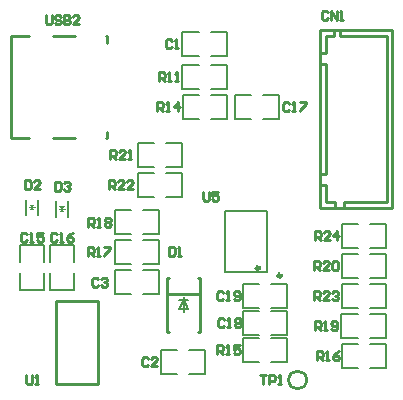
<source format=gto>
G04*
G04 #@! TF.GenerationSoftware,Altium Limited,Altium Designer,22.0.2 (36)*
G04*
G04 Layer_Color=65535*
%FSLAX25Y25*%
%MOIN*%
G70*
G04*
G04 #@! TF.SameCoordinates,C1BBFEDD-02B3-4BB0-B8EE-F48E88225D29*
G04*
G04*
G04 #@! TF.FilePolarity,Positive*
G04*
G01*
G75*
%ADD10C,0.01181*%
%ADD11C,0.01000*%
%ADD12C,0.00787*%
%ADD13C,0.00600*%
%ADD14C,0.00394*%
%ADD15C,0.00512*%
%ADD16C,0.00500*%
G36*
X7500Y62500D02*
X8600Y61600D01*
X6400D01*
X7500Y62500D01*
X6400Y63400D01*
X8600D01*
X7500Y62500D01*
D02*
G37*
G36*
X17500Y62047D02*
X18600Y61147D01*
X16400D01*
X17500Y62047D01*
X16400Y62947D01*
X18600D01*
X17500Y62047D01*
D02*
G37*
D10*
X90592Y39808D02*
G03*
X90592Y39808I-591J0D01*
G01*
X83321Y42263D02*
G03*
X83321Y42263I-591J0D01*
G01*
D11*
X99000Y5000D02*
G03*
X99000Y5000I-3000J0D01*
G01*
X32500Y117288D02*
Y119500D01*
X31971Y85500D02*
X32500D01*
Y87732D01*
X14530Y85500D02*
X21884D01*
X500Y119500D02*
X6411D01*
X500Y85500D02*
Y119500D01*
Y85500D02*
X6411D01*
X14530Y119500D02*
X21884D01*
X31971D02*
X32500D01*
X15413Y3524D02*
X29587D01*
X15413Y31476D02*
X29587D01*
Y3524D02*
Y31476D01*
X15413Y3524D02*
Y31476D01*
X103551Y62473D02*
Y121528D01*
X127567D01*
X103551Y62473D02*
X127567D01*
Y121528D01*
X110050Y121531D02*
X122560D01*
X110050Y119561D02*
Y121531D01*
Y119561D02*
X122560D01*
X125800D01*
Y64441D02*
Y119561D01*
X122840Y64441D02*
X125800D01*
X111520D02*
X122840D01*
X111520Y62471D02*
Y64441D01*
Y62471D02*
X122840D01*
X108540Y62473D02*
X119640Y62471D01*
X108540Y62473D02*
X108570Y64441D01*
X105620D02*
X108570D01*
X105620D02*
Y70001D01*
X103850D02*
X105620D01*
X108124Y121528D02*
X119230Y121531D01*
X108080Y119561D02*
X108124Y121528D01*
X105610Y119561D02*
X108080D01*
X105610Y113991D02*
Y119561D01*
X105614Y101029D02*
X105618Y100859D01*
X105614Y73693D02*
Y101029D01*
X103843Y73693D02*
X105614D01*
X103847Y113995D02*
X105614D01*
X103847Y110304D02*
X105618D01*
Y101029D02*
Y110304D01*
X52488Y33555D02*
X63512D01*
Y21000D02*
Y39110D01*
X52488Y21000D02*
X52488Y39110D01*
X62847D02*
X63512D01*
X52488D02*
X53153D01*
X62847Y21000D02*
X63512D01*
X52488D02*
X53153D01*
X93251Y97000D02*
X92751Y97500D01*
X91751D01*
X91251Y97000D01*
Y95000D01*
X91751Y94500D01*
X92751D01*
X93251Y95000D01*
X94250Y94500D02*
X95250D01*
X94750D01*
Y97500D01*
X94250Y97000D01*
X96749Y97500D02*
X98749D01*
Y97000D01*
X96749Y95000D01*
Y94500D01*
X101742Y51500D02*
Y54500D01*
X103241D01*
X103741Y54000D01*
Y53000D01*
X103241Y52500D01*
X101742D01*
X102741D02*
X103741Y51500D01*
X106740D02*
X104741D01*
X106740Y53500D01*
Y54000D01*
X106240Y54500D01*
X105240D01*
X104741Y54000D01*
X109239Y51500D02*
Y54500D01*
X107739Y53000D01*
X109739D01*
X101501Y31501D02*
Y34499D01*
X103001D01*
X103501Y34000D01*
Y33000D01*
X103001Y32500D01*
X101501D01*
X102501D02*
X103501Y31501D01*
X106500D02*
X104500D01*
X106500Y33500D01*
Y34000D01*
X106000Y34499D01*
X105000D01*
X104500Y34000D01*
X107499D02*
X107999Y34499D01*
X108999D01*
X109499Y34000D01*
Y33500D01*
X108999Y33000D01*
X108499D01*
X108999D01*
X109499Y32500D01*
Y32000D01*
X108999Y31501D01*
X107999D01*
X107499Y32000D01*
X102301Y11501D02*
Y14500D01*
X103801D01*
X104301Y14000D01*
Y13000D01*
X103801Y12500D01*
X102301D01*
X103301D02*
X104301Y11501D01*
X105300D02*
X106300D01*
X105800D01*
Y14500D01*
X105300Y14000D01*
X109799Y14500D02*
X108799Y14000D01*
X107799Y13000D01*
Y12000D01*
X108299Y11501D01*
X109299D01*
X109799Y12000D01*
Y12500D01*
X109299Y13000D01*
X107799D01*
X101551Y41500D02*
Y44499D01*
X103051D01*
X103551Y44000D01*
Y43000D01*
X103051Y42500D01*
X101551D01*
X102551D02*
X103551Y41500D01*
X106550D02*
X104550D01*
X106550Y43500D01*
Y44000D01*
X106050Y44499D01*
X105050D01*
X104550Y44000D01*
X107549D02*
X108049Y44499D01*
X109049D01*
X109549Y44000D01*
Y42000D01*
X109049Y41500D01*
X108049D01*
X107549Y42000D01*
Y44000D01*
X101751Y21500D02*
Y24499D01*
X103251D01*
X103751Y24000D01*
Y23000D01*
X103251Y22500D01*
X101751D01*
X102751D02*
X103751Y21500D01*
X104750D02*
X105750D01*
X105250D01*
Y24499D01*
X104750Y24000D01*
X107249Y22000D02*
X107749Y21500D01*
X108749D01*
X109249Y22000D01*
Y24000D01*
X108749Y24499D01*
X107749D01*
X107249Y24000D01*
Y23500D01*
X107749Y23000D01*
X109249D01*
X12002Y126499D02*
Y124000D01*
X12502Y123501D01*
X13501D01*
X14001Y124000D01*
Y126499D01*
X17000Y126000D02*
X16500Y126499D01*
X15501D01*
X15001Y126000D01*
Y125500D01*
X15501Y125000D01*
X16500D01*
X17000Y124500D01*
Y124000D01*
X16500Y123501D01*
X15501D01*
X15001Y124000D01*
X18000Y126499D02*
Y123501D01*
X19499D01*
X19999Y124000D01*
Y124500D01*
X19499Y125000D01*
X18000D01*
X19499D01*
X19999Y125500D01*
Y126000D01*
X19499Y126499D01*
X18000D01*
X22998Y123501D02*
X20999D01*
X22998Y125500D01*
Y126000D01*
X22498Y126499D01*
X21499D01*
X20999Y126000D01*
X69251Y13500D02*
Y16499D01*
X70751D01*
X71251Y16000D01*
Y15000D01*
X70751Y14500D01*
X69251D01*
X70251D02*
X71251Y13500D01*
X72250D02*
X73250D01*
X72750D01*
Y16499D01*
X72250Y16000D01*
X76749Y16499D02*
X74749D01*
Y15000D01*
X75749Y15500D01*
X76249D01*
X76749Y15000D01*
Y14000D01*
X76249Y13500D01*
X75249D01*
X74749Y14000D01*
X71201Y34000D02*
X70701Y34499D01*
X69701D01*
X69201Y34000D01*
Y32000D01*
X69701Y31501D01*
X70701D01*
X71201Y32000D01*
X72200Y31501D02*
X73200D01*
X72700D01*
Y34499D01*
X72200Y34000D01*
X74699Y32000D02*
X75199Y31501D01*
X76199D01*
X76699Y32000D01*
Y34000D01*
X76199Y34499D01*
X75199D01*
X74699Y34000D01*
Y33500D01*
X75199Y33000D01*
X76699D01*
X64600Y67699D02*
Y65200D01*
X65100Y64700D01*
X66100D01*
X66599Y65200D01*
Y67699D01*
X69598D02*
X67599D01*
Y66199D01*
X68599Y66699D01*
X69099D01*
X69598Y66199D01*
Y65200D01*
X69099Y64700D01*
X68099D01*
X67599Y65200D01*
X71510Y25000D02*
X71011Y25499D01*
X70011D01*
X69511Y25000D01*
Y23000D01*
X70011Y22501D01*
X71011D01*
X71510Y23000D01*
X72510Y22501D02*
X73510D01*
X73010D01*
Y25499D01*
X72510Y25000D01*
X75009D02*
X75509Y25499D01*
X76509D01*
X77009Y25000D01*
Y24500D01*
X76509Y24000D01*
X77009Y23500D01*
Y23000D01*
X76509Y22501D01*
X75509D01*
X75009Y23000D01*
Y23500D01*
X75509Y24000D01*
X75009Y24500D01*
Y25000D01*
X75509Y24000D02*
X76509D01*
X54000Y118000D02*
X53500Y118500D01*
X52500D01*
X52001Y118000D01*
Y116000D01*
X52500Y115500D01*
X53500D01*
X54000Y116000D01*
X55000Y115500D02*
X55999D01*
X55500D01*
Y118500D01*
X55000Y118000D01*
X49251Y94500D02*
Y97500D01*
X50751D01*
X51251Y97000D01*
Y96000D01*
X50751Y95500D01*
X49251D01*
X50251D02*
X51251Y94500D01*
X52250D02*
X53250D01*
X52750D01*
Y97500D01*
X52250Y97000D01*
X56249Y94500D02*
Y97500D01*
X54749Y96000D01*
X56749D01*
X46240Y12000D02*
X45741Y12500D01*
X44741D01*
X44241Y12000D01*
Y10000D01*
X44741Y9500D01*
X45741D01*
X46240Y10000D01*
X49239Y9500D02*
X47240D01*
X49239Y11500D01*
Y12000D01*
X48739Y12500D01*
X47740D01*
X47240Y12000D01*
X83501Y6499D02*
X85501D01*
X84501D01*
Y3500D01*
X86500D02*
Y6499D01*
X88000D01*
X88499Y6000D01*
Y5000D01*
X88000Y4500D01*
X86500D01*
X89499Y3500D02*
X90499D01*
X89999D01*
Y6499D01*
X89499Y6000D01*
X33501Y78500D02*
Y81499D01*
X35001D01*
X35500Y81000D01*
Y80000D01*
X35001Y79500D01*
X33501D01*
X34501D02*
X35500Y78500D01*
X38500D02*
X36500D01*
X38500Y80500D01*
Y81000D01*
X38000Y81499D01*
X37000D01*
X36500Y81000D01*
X39499Y78500D02*
X40499D01*
X39999D01*
Y81499D01*
X39499Y81000D01*
X33001Y68501D02*
Y71500D01*
X34501D01*
X35001Y71000D01*
Y70000D01*
X34501Y69500D01*
X33001D01*
X34001D02*
X35001Y68501D01*
X38000D02*
X36000D01*
X38000Y70500D01*
Y71000D01*
X37500Y71500D01*
X36500D01*
X36000Y71000D01*
X40999Y68501D02*
X38999D01*
X40999Y70500D01*
Y71000D01*
X40499Y71500D01*
X39499D01*
X38999Y71000D01*
X15001Y71047D02*
Y68047D01*
X16500D01*
X17000Y68547D01*
Y70547D01*
X16500Y71047D01*
X15001D01*
X18000Y70547D02*
X18500Y71047D01*
X19499D01*
X19999Y70547D01*
Y70047D01*
X19499Y69547D01*
X19000D01*
X19499D01*
X19999Y69047D01*
Y68547D01*
X19499Y68047D01*
X18500D01*
X18000Y68547D01*
X5001Y71500D02*
Y68501D01*
X6500D01*
X7000Y69000D01*
Y71000D01*
X6500Y71500D01*
X5001D01*
X9999Y68501D02*
X8000D01*
X9999Y70500D01*
Y71000D01*
X9499Y71500D01*
X8500D01*
X8000Y71000D01*
X5751Y53500D02*
X5251Y54000D01*
X4251D01*
X3751Y53500D01*
Y51500D01*
X4251Y51000D01*
X5251D01*
X5751Y51500D01*
X6750Y51000D02*
X7750D01*
X7250D01*
Y54000D01*
X6750Y53500D01*
X11249Y54000D02*
X9249D01*
Y52500D01*
X10249Y53000D01*
X10749D01*
X11249Y52500D01*
Y51500D01*
X10749Y51000D01*
X9749D01*
X9249Y51500D01*
X15751Y53500D02*
X15251Y54000D01*
X14251D01*
X13751Y53500D01*
Y51500D01*
X14251Y51000D01*
X15251D01*
X15751Y51500D01*
X16750Y51000D02*
X17750D01*
X17250D01*
Y54000D01*
X16750Y53500D01*
X21249Y54000D02*
X20249Y53500D01*
X19249Y52500D01*
Y51500D01*
X19749Y51000D01*
X20749D01*
X21249Y51500D01*
Y52000D01*
X20749Y52500D01*
X19249D01*
X5501Y6499D02*
Y4000D01*
X6001Y3500D01*
X7000D01*
X7500Y4000D01*
Y6499D01*
X8500Y3500D02*
X9499D01*
X8999D01*
Y6499D01*
X8500Y6000D01*
X29500Y38500D02*
X29000Y39000D01*
X28001D01*
X27501Y38500D01*
Y36500D01*
X28001Y36000D01*
X29000D01*
X29500Y36500D01*
X30500Y38500D02*
X31000Y39000D01*
X31999D01*
X32499Y38500D01*
Y38000D01*
X31999Y37500D01*
X31499D01*
X31999D01*
X32499Y37000D01*
Y36500D01*
X31999Y36000D01*
X31000D01*
X30500Y36500D01*
X26251Y56001D02*
Y59000D01*
X27751D01*
X28251Y58500D01*
Y57500D01*
X27751Y57000D01*
X26251D01*
X27251D02*
X28251Y56001D01*
X29250D02*
X30250D01*
X29750D01*
Y59000D01*
X29250Y58500D01*
X31749D02*
X32249Y59000D01*
X33249D01*
X33749Y58500D01*
Y58000D01*
X33249Y57500D01*
X33749Y57000D01*
Y56500D01*
X33249Y56001D01*
X32249D01*
X31749Y56500D01*
Y57000D01*
X32249Y57500D01*
X31749Y58000D01*
Y58500D01*
X32249Y57500D02*
X33249D01*
X26051Y46200D02*
Y49200D01*
X27551D01*
X28051Y48700D01*
Y47700D01*
X27551Y47200D01*
X26051D01*
X27051D02*
X28051Y46200D01*
X29050D02*
X30050D01*
X29550D01*
Y49200D01*
X29050Y48700D01*
X31549Y49200D02*
X33549D01*
Y48700D01*
X31549Y46700D01*
Y46200D01*
X49751Y104500D02*
Y107500D01*
X51251D01*
X51750Y107000D01*
Y106000D01*
X51251Y105500D01*
X49751D01*
X50751D02*
X51750Y104500D01*
X52750D02*
X53750D01*
X53250D01*
Y107500D01*
X52750Y107000D01*
X55249Y104500D02*
X56249D01*
X55749D01*
Y107500D01*
X55249Y107000D01*
X106099Y127499D02*
X105599Y127999D01*
X104600D01*
X104100Y127499D01*
Y125500D01*
X104600Y125000D01*
X105599D01*
X106099Y125500D01*
X107099Y125000D02*
Y127999D01*
X109098Y125000D01*
Y127999D01*
X110098Y125000D02*
X111098D01*
X110598D01*
Y127999D01*
X110098Y127499D01*
X53000Y49399D02*
Y46400D01*
X54500D01*
X54999Y46900D01*
Y48899D01*
X54500Y49399D01*
X53000D01*
X55999Y46400D02*
X56999D01*
X56499D01*
Y49399D01*
X55999Y48899D01*
D12*
X84469Y92000D02*
X89900D01*
X84469Y100000D02*
X89900D01*
Y92063D02*
Y99937D01*
X75150Y92063D02*
Y99937D01*
X75200Y92000D02*
X80532D01*
X75200Y100000D02*
X80532D01*
X119969Y49000D02*
X125400D01*
X119969Y57000D02*
X125400D01*
Y49063D02*
Y56937D01*
X110650Y49063D02*
Y56937D01*
X110700Y49000D02*
X116032D01*
X110700Y57000D02*
X116032D01*
X119969Y29000D02*
X125400D01*
X119969Y37000D02*
X125400D01*
Y29063D02*
Y36937D01*
X110650Y29063D02*
Y36937D01*
X110700Y29000D02*
X116032D01*
X110700Y37000D02*
X116032D01*
X110650Y17000D02*
X116082D01*
X110650Y9000D02*
X116082D01*
X110650Y9063D02*
Y16937D01*
X125400Y9063D02*
Y16937D01*
X120019Y17000D02*
X125350D01*
X120019Y9000D02*
X125350D01*
X110650Y47000D02*
X116082D01*
X110650Y39000D02*
X116082D01*
X110650Y39063D02*
Y46937D01*
X125400Y39063D02*
Y46937D01*
X120019Y47000D02*
X125350D01*
X120019Y39000D02*
X125350D01*
X110600Y27000D02*
X116032D01*
X110600Y19000D02*
X116032D01*
X110600Y19063D02*
Y26937D01*
X125350Y19063D02*
Y26937D01*
X119969Y27000D02*
X125300D01*
X119969Y19000D02*
X125300D01*
X86969Y11000D02*
X92400D01*
X86969Y19000D02*
X92400D01*
Y11063D02*
Y18937D01*
X77650Y11063D02*
Y18937D01*
X77700Y11000D02*
X83032D01*
X77700Y19000D02*
X83032D01*
X87178Y29000D02*
X92610D01*
X87178Y37000D02*
X92610D01*
Y29063D02*
Y36937D01*
X77860Y29063D02*
Y36937D01*
X77910Y29000D02*
X83241D01*
X77910Y37000D02*
X83241D01*
X77860Y28000D02*
X83291D01*
X77860Y20000D02*
X83291D01*
X77860Y20063D02*
Y27937D01*
X92610Y20063D02*
Y27937D01*
X87228Y28000D02*
X92560D01*
X87228Y20000D02*
X92560D01*
X57600Y121000D02*
X63032D01*
X57600Y113000D02*
X63032D01*
X57600Y113063D02*
Y120937D01*
X72350Y113063D02*
Y120937D01*
X66969Y121000D02*
X72300D01*
X66969Y113000D02*
X72300D01*
X66969Y92000D02*
X72400D01*
X66969Y100000D02*
X72400D01*
Y92063D02*
Y99937D01*
X57650Y92063D02*
Y99937D01*
X57700Y92000D02*
X63032D01*
X57700Y100000D02*
X63032D01*
X59709Y7000D02*
X65140D01*
X59709Y15000D02*
X65140D01*
Y7063D02*
Y14937D01*
X50390Y7063D02*
Y14937D01*
X50440Y7000D02*
X55772D01*
X50440Y15000D02*
X55772D01*
X51969Y76000D02*
X57400D01*
X51969Y84000D02*
X57400D01*
Y76063D02*
Y83937D01*
X42650Y76063D02*
Y83937D01*
X42700Y76000D02*
X48032D01*
X42700Y84000D02*
X48032D01*
X51969Y66000D02*
X57400D01*
X51969Y74000D02*
X57400D01*
Y66063D02*
Y73937D01*
X42650Y66063D02*
Y73937D01*
X42700Y66000D02*
X48032D01*
X42700Y74000D02*
X48032D01*
X3500Y35100D02*
Y40532D01*
X11500Y35100D02*
Y40532D01*
X3563Y35100D02*
X11437D01*
X3563Y49850D02*
X11437D01*
X3500Y44469D02*
Y49800D01*
X11500Y44469D02*
Y49800D01*
X13500Y35100D02*
Y40532D01*
X21500Y35100D02*
Y40532D01*
X13563Y35100D02*
X21437D01*
X13563Y49850D02*
X21437D01*
X13500Y44469D02*
Y49800D01*
X21500Y44469D02*
Y49800D01*
X35100Y41500D02*
X40532D01*
X35100Y33500D02*
X40532D01*
X35100Y33563D02*
Y41437D01*
X49850Y33563D02*
Y41437D01*
X44469Y41500D02*
X49800D01*
X44469Y33500D02*
X49800D01*
X44469Y53500D02*
X49900D01*
X44469Y61500D02*
X49900D01*
Y53563D02*
Y61437D01*
X35150Y53563D02*
Y61437D01*
X35200Y53500D02*
X40532D01*
X35200Y61500D02*
X40532D01*
X44469Y43500D02*
X49900D01*
X44469Y51500D02*
X49900D01*
Y43563D02*
Y51437D01*
X35150Y43563D02*
Y51437D01*
X35200Y43500D02*
X40532D01*
X35200Y51500D02*
X40532D01*
X57600Y110000D02*
X63032D01*
X57600Y102000D02*
X63032D01*
X57600Y102063D02*
Y109937D01*
X72350Y102063D02*
Y109937D01*
X66969Y110000D02*
X72300D01*
X66969Y102000D02*
X72300D01*
D13*
X71743Y41078D02*
X85692D01*
X71743D02*
Y61363D01*
X85692D01*
Y41078D02*
Y61363D01*
D14*
X16600Y62047D02*
X18500D01*
X6600Y62500D02*
X8500D01*
D15*
X19469Y59488D02*
Y64606D01*
X15532Y59488D02*
Y64606D01*
X9469Y59941D02*
Y65059D01*
X5532Y59941D02*
Y65059D01*
D16*
X58000Y27555D02*
Y32555D01*
Y31555D02*
X59500Y28555D01*
X56500Y31555D02*
X58000D01*
X56500Y28555D02*
X58000Y31555D01*
X56500Y28555D02*
X58000D01*
Y31555D02*
X59500D01*
X58000Y28555D02*
X59500D01*
M02*

</source>
